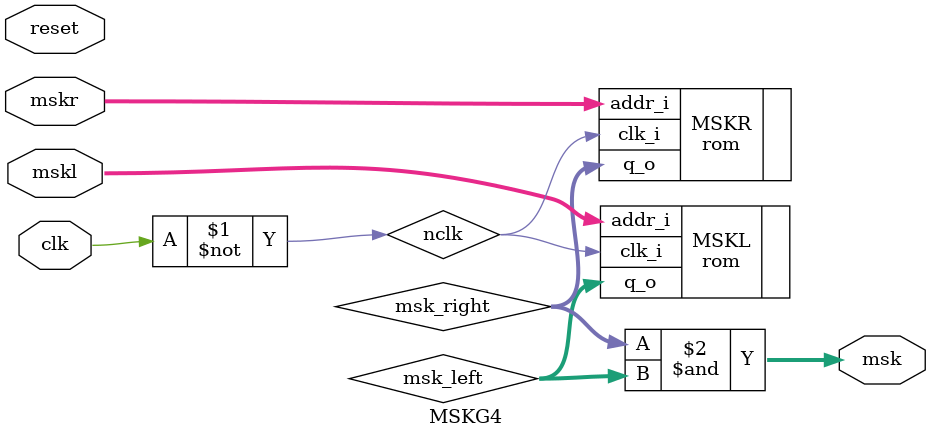
<source format=v>

`timescale 1ns/1ps
`default_nettype none

module MSKG4
  (input wire [4:0]   mskl,
   input wire [4:0]   mskr,
   output wire [31:0] msk,

   input wire	      clk,
   input wire	      reset);

   wire		      nclk = ~clk;

   wire [31:0]	      msk_left;
   wire [31:0]	      msk_right;

   localparam	      ADDR_WIDTH = 5;
   localparam	      DATA_WIDTH = 32;
   localparam	      MEM_DEPTH = 32;

   ////////////////////////////////////////////////////////////////////////////////

   rom #(.ADDRESS_WIDTH(ADDR_WIDTH), .DATA_WIDTH(DATA_WIDTH), .MEM_DEPTH(MEM_DEPTH),
	 .MEM_FILE("CADR4/mskl.bin"), .MEM_FILE_FORMAT("binary")) MSKL
     (.clk_i(nclk), .addr_i(mskl), .q_o(msk_left));
   rom #(.ADDRESS_WIDTH(ADDR_WIDTH), .DATA_WIDTH(DATA_WIDTH), .MEM_DEPTH(MEM_DEPTH),
	 .MEM_FILE("CADR4/mskr.bin"), .MEM_FILE_FORMAT("binary")) MSKR
     (.clk_i(nclk), .addr_i(mskr), .q_o(msk_right));

   assign msk = msk_right & msk_left;

endmodule

`default_nettype wire

// Local Variables:
// verilog-library-directories: ("..")
// End:

</source>
